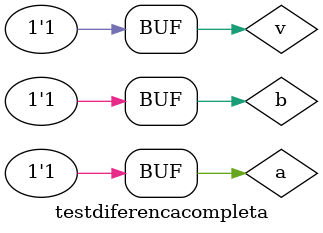
<source format=v>


module meiadiferenca (s0, s1, a, b);

 output s0, s1;
 input  a, b;
 wire q0;
 
xor XOR1 (s0, a, b);
not NOT1 (q0, a);
and AND1 (s1, q0, b);
 
 endmodule //meiadiferenca
 
// ---------------------
// -- module diferenca completa
// ---------------------

module diferencacompleta(s0, s1, a, b, v);

wire q0,q1,q2;
output s0, s1;
input a, b, v;

meiadiferenca MD1 (q0, q1, a, b);
meiadiferenca MD2 (s0, q2, v, q0);
or OR1 (s1, q1, q2);

endmodule // diferenca completa

// --------------------------
// -- test diferenca completa
// --------------------------

module testdiferencacompleta;
 reg   a, b, v;             
 wire  s0, s1;
          // instancia
 diferencacompleta DIFERENCACOMPLETA1 (s0, s1, a, b, v);

 initial begin:start
      a=0; b=0; v=0;
 end

          // parte principal
 initial begin:main
      $display("Guia 04_03 - Anderson Belchior de Carvalho - 396673");
      $display("Operador Diferenca-Completa usando dois circuitos Meia-Diferenca.");
      $display("\nv a b = s1 s0\n");
      $monitor(" %b %b %b = %b %b", v, a, b, s1, s0);
#1 a=0;b=1;v=0;
#1 a=1;b=0;v=0;
#1 a=1;b=1;v=0;
#1 a=0;b=0;v=1;
#1 a=0;b=1;v=1;
#1 a=1;b=0;v=1;
#1 a=1;b=1;v=1;
  
 end

endmodule // testdiferencacompleta
</source>
